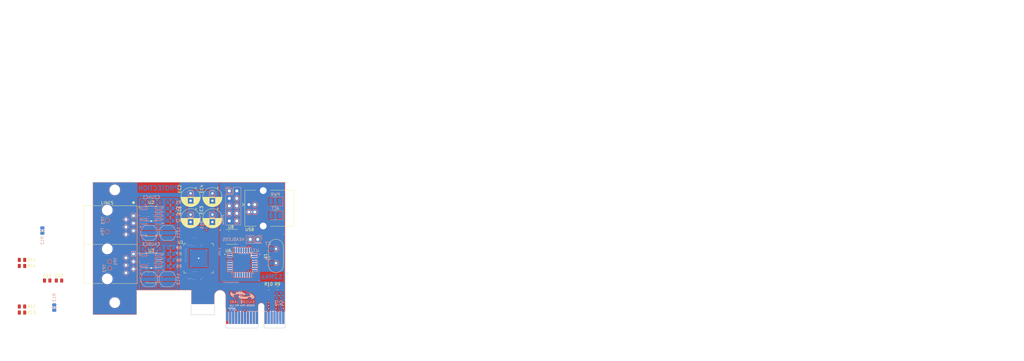
<source format=kicad_pcb>
(kicad_pcb (version 20211014) (generator pcbnew)
  (title_block (title "PCIexpress_x16_full") (company "Author: Luca Anastasio"))
  (layers (0 "F.Cu" power) (1 "In1.Cu" power) (2 "In2.Cu" power) (31 "B.Cu" power) (34 "B.Paste" user) (35 "F.Paste" user) (36 "B.SilkS" user "B.Silkscreen") (37 "F.SilkS" user "F.Silkscreen") (38 "B.Mask" user) (39 "F.Mask" user) (44 "Edge.Cuts" user))
  (net 0 "")
  (net 1 "GND")
  (net 2 "+12V")
  (net 3 "+3V3")
  (net 4 "+3.3VA")
  (net 5 "Net-(J2-PadB12)")
  (net 6 "/PER0_P")
  (net 7 "/PER0_N")
  (net 8 "/SMCLK")
  (net 9 "/SMDAT")
  (net 10 "/~{TRST}")
  (net 11 "/~{WAKE}")
  (net 12 "/PET0_P")
  (net 13 "/PET0_N")
  (net 14 "/~{PRSNT2x1}")
  (net 15 "/~{PRSNT1}")
  (net 16 "/TCK")
  (net 17 "/TDI")
  (net 18 "/TDO")
  (net 19 "/TMS")
  (net 20 "/~{PERST}")
  (net 21 "/REFCLK-")
  (net 22 "/REFCLK+")
  (net 23 "/PCIexpress_connector/_PER0_P")
  (net 24 "/PCIexpress_connector/_PER0_N")
  (net 25 "RING_1")
  (net 26 "TIP_1")
  (net 27 "REGIN")
  (net 28 "VBUS")
  (net 29 "D+")
  (net 30 "D-")
  (net 31 "C2CK")
  (net 32 "C2D")
  (net 33 "TIP1")
  (net 34 "RING1")
  (net 35 "RING2")
  (net 36 "TIP2")
  (net 37 "N011")
  (net 38 "N012")
  (net 39 "XTAL1")
  (net 40 "XTAL2")
  (net 41 "MOSI")
  (net 42 "MISO")
  (net 43 "SRINGDCa")
  (net 44 "SRINGACa")
  (net 45 "STIPACa")
  (net 46 "STIPDCa")
  (net 47 "CAPPa")
  (net 48 "CAPMa")
  (net 49 "N0101")
  (net 50 "N0102")
  (net 51 "SRINGACb")
  (net 52 "STIPACb")
  (net 53 "STIPDCb")
  (net 54 "SRINGDCb")
  (net 55 "N021")
  (net 56 "N022")
  (net 57 "RING_2")
  (net 58 "TIP_2")
  (net 59 "SCLK")
  (net 60 "CSB")
  (net 61 "SDITHRU")
  (net 62 "CSF")
  (net 63 "RPOa")
  (net 64 "RPIa")
  (net 65 "RNIa")
  (net 66 "RNOa")
  (net 67 "QGND")
  (net 68 "IREF")
  (net 69 "CAPMb")
  (net 70 "CAPPb")
  (net 71 "ITIPNa")
  (net 72 "IRINGNa")
  (net 73 "ITIPPa")
  (net 74 "IRINGPa")
  (net 75 "THERMa")
  (net 76 "N0201")
  (net 77 "N0202")
  (net 78 "IRINGNb")
  (net 79 "IRINGPb")
  (net 80 "ITIPNb")
  (net 81 "ITIPPb")
  (net 82 "THERMb")
  (net 83 "XDAT")
  (net 84 "XCLK")
  (net 85 "+5V")
  (footprint "PCIexpress:PCIexpress_bracket_low" (layer "F.Cu") (at 109.625 194.125)
    (fp_text reference "J1" hide)
    (fp_text value "PCIexpress_bracket")
  )
  (footprint "Resistor_SMD:R_0603_1608Metric" (layer "F.Cu") (at 127.125 180.625)
    (fp_text reference "R9")
    (fp_text value "49.9")
  )
  (footprint "Resistor_SMD:R_0603_1608Metric" (layer "F.Cu") (at 124.125 180.625 180)
    (fp_text reference "R10")
    (fp_text value "49.9")
  )
  (footprint "PCIexpress:PCIexpress_x1" (layer "F.Cu") (at 109.625 194.125)
    (fp_text reference "J2" hide)
    (fp_text value "PCIexpress_x1")
  )
  (footprint "ProSLIC:CP_Radial_D6.3mm_P2.50mm" (layer "F.Cu") (at 97.675 148.475 -90)
    (fp_text reference "EC2")
    (fp_text value "CP_Radial_D6.3mm_P2.50mm")
  )
  (footprint "" (layer "F.Cu") (at 59.175 185.975)
    (fp_text reference "")
    (fp_text value "")
  )
  (footprint "ProSLIC:CP_Radial_D6.3mm_P2.50mm" (layer "F.Cu") (at 97.675 155.675 -90)
    (fp_text reference "EC1")
    (fp_text value "CP_Radial_D6.3mm_P2.50mm")
  )
  (footprint "ProSLIC:SOIC127P599X175-8N" (layer "F.Cu") (at 111.725 163.225)
    (fp_text reference "U8")
    (fp_text value "SOIC127P599X175-8N")
  )
  (footprint "ProSLIC:R_0805_2012Metric" (layer "F.Cu") (at 40.525 173.075)
    (fp_text reference "R14")
    (fp_text value "R_0805_2012Metric")
  )
  (footprint "PCIexpress:PCIexpress_x1" (layer "F.Cu") (at 109.625 194.125)
    (fp_text reference "J2" hide)
    (fp_text value "PCIexpress_x1")
  )
  (footprint "ProSLIC:SOIC127P600X175-16N" (layer "F.Cu") (at 84.33 173.76)
    (fp_text reference "U3")
    (fp_text value "SOIC127P600X175-16N")
  )
  (footprint "ProSLIC:SILABS" (layer "F.Cu") (at 115.175 183.625)
    (fp_text reference "LOGO" hide)
    (fp_text value "LOGO" hide)
  )
  (footprint "ProSLIC:CP_Radial_D6.3mm_P2.50mm" (layer "F.Cu") (at 105.075 148.475 -90)
    (fp_text reference "EC4")
    (fp_text value "CP_Radial_D6.3mm_P2.50mm")
  )
  (footprint "ProSLIC:SOIC127P600X175-16N" (layer "F.Cu") (at 84.325 157.875)
    (fp_text reference "U2")
    (fp_text value "SOIC127P600X175-16N")
  )
  (footprint "ProSLIC:QFP50P1200X1200X120-64N" (layer "F.Cu") (at 100.425 170.475)
    (fp_text reference "U1")
    (fp_text value "QFP50P1200X1200X120-64N")
  )
  (footprint "ProSLIC:ASSMANN_A-2004-1-4-LP-N-R" (layer "F.Cu") (at 69.425 159.225 -90)
    (fp_text reference "LINES")
    (fp_text value "ASSMANN_A-2004-1-4-LP-N-R")
  )
  (footprint "ProSLIC:QFP80P900X900X160-32N" (layer "F.Cu") (at 115.225 171.925)
    (fp_text reference "U6")
    (fp_text value "C8051F389-B-GQ")
  )
  (footprint "ProSLIC:R_0805_2012Metric" (layer "F.Cu") (at 53.065 178.015)
    (fp_text reference "C12")
    (fp_text value "R_0805_2012Metric")
  )
  (footprint "ProSLIC:Crystal_HC49-U_Vertical" (layer "F.Cu") (at 126.625 172.125 90)
    (fp_text reference "Y1")
    (fp_text value "Crystal_HC49-U_Vertical")
  )
  (footprint "ProSLIC:CP_Radial_D6.3mm_P2.50mm" (layer "F.Cu") (at 105.075 155.675 -90)
    (fp_text reference "EC3")
    (fp_text value "CP_Radial_D6.3mm_P2.50mm")
  )
  (footprint "ProSLIC:USB_B_Lumberg_2411_02_Horizontal" (layer "F.Cu") (at 117.4375 152.275)
    (fp_text reference "USB")
    (fp_text value "USB_B_Lumberg_2411_02_Horizontal")
  )
  (footprint "ProSLIC:R_0805_2012Metric" (layer "F.Cu") (at 49.065 178.015)
    (fp_text reference "C11")
    (fp_text value "R_0805_2012Metric")
  )
  (footprint "" (layer "F.Cu") (at 71.975 147.325)
    (fp_text reference "")
    (fp_text value "")
  )
  (footprint "ProSLIC:R_0805_2012Metric" (layer "F.Cu") (at 40.525 171.025)
    (fp_text reference "R14")
    (fp_text value "R_0805_2012Metric")
  )
  (footprint "ProSLIC:R_0805_2012Metric" (layer "F.Cu") (at 40.5375 188.875)
    (fp_text reference "R13")
    (fp_text value "R_0805_2012Metric")
  )
  (footprint "ProSLIC:R_0805_2012Metric" (layer "F.Cu") (at 40.525 186.825)
    (fp_text reference "R12")
    (fp_text value "R_0805_2012Metric")
  )
  (footprint "Capacitor_SMD:C_0603_1608Metric" (layer "B.Cu") (at 126.875 183.125 -90)
    (fp_text reference "C5")
    (fp_text value "100n")
  )
  (footprint "Capacitor_SMD:C_0603_1608Metric" (layer "B.Cu") (at 128.375 183.125 90)
    (fp_text reference "C6")
    (fp_text value "100n")
  )
  (footprint "ProSLIC:R_0805_2012Metric" (layer "B.Cu") (at 91.025 166.925)
    (fp_text reference "R8")
    (fp_text value "R_0805_2012Metric")
  )
  (footprint "ProSLIC:R_0805_2012Metric" (layer "B.Cu") (at 91.025 173.225)
    (fp_text reference "R5")
    (fp_text value "R_0805_2012Metric")
  )
  (footprint "ProSLIC:R_0805_2012Metric" (layer "B.Cu") (at 90.8375 151.475)
    (fp_text reference "R1")
    (fp_text value "R_0805_2012Metric")
  )
  (footprint "ProSLIC:C_0805_2012Metric" (layer "B.Cu") (at 82.325 167.26)
    (fp_text reference "C3")
    (fp_text value "C_0805_2012Metric")
  )
  (footprint "ProSLIC:R_0805_2012Metric" (layer "B.Cu") (at 103.075 159.175 90)
    (fp_text reference "R11")
    (fp_text value "R_0805_2012Metric")
  )
  (footprint "ProSLIC:R_0805_2012Metric" (layer "B.Cu") (at 90.825 155.625)
    (fp_text reference "R4")
    (fp_text value "R_0805_2012Metric")
  )
  (footprint "ProSLIC:R_0805_2012Metric" (layer "B.Cu") (at 90.825 153.525)
    (fp_text reference "R3")
    (fp_text value "R_0805_2012Metric")
  )
  (footprint "ProSLIC:C_0805_2012Metric" (layer "B.Cu") (at 86.325 151.475)
    (fp_text reference "C2")
    (fp_text value "C_0805_2012Metric")
  )
  (footprint "ProSLIC:C_0805_2012Metric" (layer "B.Cu") (at 123.925 172.125 180)
    (fp_text reference "C8")
    (fp_text value "C_0805_2012Metric")
  )
  (footprint "ProSLIC:TestPoint_Pad_D1.0mm" (layer "B.Cu") (at 70.225 173.875 90)
    (fp_text reference "TP2")
    (fp_text value "TestPoint_Pad_D1.0mm")
  )
  (footprint "ProSLIC:R_0805_2012Metric" (layer "B.Cu") (at 90.825 157.725)
    (fp_text reference "R2")
    (fp_text value "R_0805_2012Metric")
  )
  (footprint "ProSLIC:CP_EIA-3528-21_Kemet-B" (layer "B.Cu") (at 126.425 155.925 180)
    (fp_text reference "ACT")
    (fp_text value "CP_EIA-3528-21_Kemet-B")
  )
  (footprint "ProSLIC:PinHeader_2x01_P2.54mm_Vertical" (layer "B.Cu") (at 120.45 164.075 180)
    (fp_text reference "HEADLESS")
    (fp_text value "PinHeader_2x01_P2.54mm_Vertical")
  )
  (footprint "ProSLIC:CD54" (layer "B.Cu") (at 89.875 161.875 90)
    (fp_text reference "L2")
    (fp_text value "CD54")
  )
  (footprint "ProSLIC:R_0805_2012Metric" (layer "B.Cu") (at 91.025 171.125)
    (fp_text reference "R6")
    (fp_text value "R_0805_2012Metric")
  )
  (footprint "ProSLIC:PinHeader_2x05_P2.54mm_Vertical" (layer "B.Cu") (at 110.8 157.8)
    (fp_text reference "JTAG")
    (fp_text value "PinHeader_2x05_P2.54mm_Vertical")
  )
  (footprint "ProSLIC:C_0805_2012Metric" (layer "B.Cu") (at 86.325 167.26)
    (fp_text reference "C4")
    (fp_text value "C_0805_2012Metric")
  )
  (footprint "ProSLIC:C_0805_2012Metric" (layer "B.Cu") (at 82.325 151.475)
    (fp_text reference "C1")
    (fp_text value "C_0805_2012Metric")
  )
  (footprint "ProSLIC:R_0805_2012Metric" (layer "B.Cu") (at 47.425 161.075 90)
    (fp_text reference "R12")
    (fp_text value "R_0805_2012Metric")
  )
  (footprint "ProSLIC:TestPoint_Pad_D1.0mm" (layer "B.Cu") (at 69.425 157.625 -90)
    (fp_text reference "TP3")
    (fp_text value "TestPoint_Pad_D1.0mm")
  )
  (footprint "ProSLIC:TestPoint_Pad_D1.0mm" (layer "B.Cu") (at 69.425 161.45 90)
    (fp_text reference "TP4")
    (fp_text value "TestPoint_Pad_D1.0mm")
  )
  (footprint "ProSLIC:QFP80P900X900X160-32N" (layer "B.Cu") (at 115.2225 171.925 180)
    (fp_text reference "U7")
    (fp_text value "C8051F320-GQ")
  )
  (footprint "ProSLIC:R_0805_2012Metric" (layer "B.Cu") (at 51.45 187.175 90)
    (fp_text reference "R13")
    (fp_text value "R_0805_2012Metric")
  )
  (footprint "ProSLIC:C_0805_2012Metric" (layer "B.Cu") (at 123.925 167.225 180)
    (fp_text reference "C7")
    (fp_text value "C_0805_2012Metric")
  )
  (footprint "ProSLIC:TestPoint_Pad_D1.0mm" (layer "B.Cu") (at 70.225 171.575 -90)
    (fp_text reference "TP1")
    (fp_text value "TestPoint_Pad_D1.0mm")
  )
  (footprint "ProSLIC:CD54" (layer "B.Cu") (at 83.625 161.875 90)
    (fp_text reference "L1")
    (fp_text value "CD54")
  )
  (footprint "ProSLIC:SOIC127P599X175-8N" (layer "B.Cu") (at 84.325 171.21 180)
    (fp_text reference "U5")
    (fp_text value "SOIC127P599X175-8N")
  )
  (footprint "ProSLIC:SOIC127P599X175-8N" (layer "B.Cu") (at 84.325 155.325 180)
    (fp_text reference "U4")
    (fp_text value "SOIC127P599X175-8N")
  )
  (footprint "ProSLIC:CD54" (layer "B.Cu") (at 89.875 177.56 90)
    (fp_text reference "L4")
    (fp_text value "CD54")
  )
  (footprint "ProSLIC:CP_EIA-3528-21_Kemet-B" (layer "B.Cu") (at 126.425 151.225 180)
    (fp_text reference "PWR")
    (fp_text value "CP_EIA-3528-21_Kemet-B")
  )
  (footprint "ProSLIC:R_0805_2012Metric" (layer "B.Cu") (at 91.025 169.025)
    (fp_text reference "R7")
    (fp_text value "R_0805_2012Metric")
  )
  (footprint "ProSLIC:CD54" (layer "B.Cu") (at 83.625 177.56 90)
    (fp_text reference "L3")
    (fp_text value "CD54")
  )
  (gr_line (start 109.975 194.125) (end 120.175 194.125) (layer "Edge.Cuts") (width 0.15))
  (gr_line (start 109.475 193.625) (end 109.975 194.125) (layer "Edge.Cuts") (width 0.15))
  (gr_line (start 97.825 181.375) (end 97.825 189.625) (layer "Edge.Cuts") (width 0.15))
  (gr_circle (center 71.975 185.5) (end 73.575 185.5) (layer "Edge.Cuts") (width 0.15) (fill none))
  (gr_line (start 129.775 144.625) (end 64.475 144.625) (layer "Edge.Cuts") (width 0.15))
  (gr_line (start 122.575 186.675) (end 122.575 193.625) (layer "Edge.Cuts") (width 0.15))
  (gr_line (start 109.475 183.2) (end 109.475 193.625) (layer "Edge.Cuts") (width 0.15))
  (gr_line (start 122.575 193.625) (end 123.075 194.125) (layer "Edge.Cuts") (width 0.15))
  (gr_line (start 79.475 189.625) (end 79.475 181.375) (layer "Edge.Cuts") (width 0.15))
  (gr_circle (center 71.975 147.3) (end 73.575 147.3) (layer "Edge.Cuts") (width 0.15) (fill none))
  (gr_line (start 64.475 144.625) (end 64.475 189.625) (layer "Edge.Cuts") (width 0.15))
  (gr_line (start 97.825 189.625) (end 105.825 189.625) (layer "Edge.Cuts") (width 0.15))
  (gr_arc (start 105.825 183.2) (mid 107.65 181.375) (end 109.475 183.2) (layer "Edge.Cuts") (width 0.15))
  (gr_arc (start 120.675 186.675) (mid 121.625 185.725) (end 122.575 186.675) (layer "Edge.Cuts") (width 0.15))
  (gr_line (start 64.475 189.625) (end 79.475 189.625) (layer "Edge.Cuts") (width 0.15))
  (gr_line (start 129.275 194.125) (end 123.075 194.125) (layer "Edge.Cuts") (width 0.15))
  (gr_line (start 120.175 194.125) (end 120.675 193.625) (layer "Edge.Cuts") (width 0.15))
  (gr_line (start 129.775 193.625) (end 129.275 194.125) (layer "Edge.Cuts") (width 0.15))
  (gr_line (start 105.825 189.625) (end 105.825 183.2) (layer "Edge.Cuts") (width 0.15))
  (gr_line (start 129.775 144.625) (end 129.775 193.625) (layer "Edge.Cuts") (width 0.15))
  (gr_line (start 79.475 181.375) (end 97.825 181.375) (layer "Edge.Cuts") (width 0.15))
  (gr_line (start 120.675 193.625) (end 120.675 186.675) (layer "Edge.Cuts") (width 0.15))
  (gr_text "12Mhz" (at 128.975 176.725) (layer "B.Cu") (effects (font (size 1.5 1.5) (thickness 0.3)) (justify left mirror)))
  (gr_text "PROTECTION" (at 93.725 146.675) (layer "B.Cu") (effects (font (size 1.5 1.5) (thickness 0.3)) (justify left mirror)))
  (gr_text "Si3220-PCIe REV 1.0" (at 115.225 186.475) (layer "B.SilkS") (effects (font (size 0.504 0.504) (thickness 0.126)) (justify mirror)))
  (segment (start 113.125 188.125) (end 113.125 188.125) (width 0.7) (layer "F.Cu") (net 1))
  (segment (start 116.125 190.625) (end 116.125 188.025) (width 0.7) (layer "F.Cu") (net 1))
  (segment (start 113.125 190.625) (end 113.125 188) (width 0.7) (layer "F.Cu") (net 1))
  (via micro (at 124.125 185.5) (size 0.55) (drill 0.3) (layers "F.Cu" "B.Cu") (net 1))
  (via micro (at 129.125 185.5) (size 0.55) (drill 0.3) (layers "F.Cu" "B.Cu") (net 1))
  (via micro (at 126.625 185.5) (size 0.55) (drill 0.3) (layers "F.Cu" "B.Cu") (net 1))
  (via micro (at 124.125 186.5) (size 0.55) (drill 0.3) (layers "F.Cu" "B.Cu") (net 1))
  (via micro (at 83.425 156.325) (size 0.45) (drill 0.2) (layers "F.Cu" "In1.Cu") (remove_unused_layers) (net 1))
  (via micro (at 126.625 186.5) (size 0.55) (drill 0.3) (layers "F.Cu" "B.Cu") (net 1))
  (via (at 97.675 167.725) (size 0.45) (drill 0.2) (layers "F.Cu" "B.Cu") (net 1))
  (via micro (at 83.425 159.425) (size 0.45) (drill 0.2) (layers "F.Cu" "In1.Cu") (remove_unused_layers) (net 1))
  (via micro (at 129.125 187.5) (size 0.55) (drill 0.3) (layers "F.Cu" "B.Cu") (net 1))
  (via micro (at 126.625 187.5) (size 0.55) (drill 0.3) (layers "F.Cu" "B.Cu") (net 1))
  (via micro (at 85.225 172.225) (size 0.45) (drill 0.2) (layers "F.Cu" "In1.Cu") (remove_unused_layers) (net 1))
  (via micro (at 116.125 188.025) (size 0.55) (drill 0.3) (layers "F.Cu" "B.Cu") (net 1))
  (via (at 84.325 157.875) (size 1) (drill 0.5) (layers "F.Cu" "B.Cu") (net 1))
  (via (at 97.675 173.225) (size 0.45) (drill 0.2) (layers "F.Cu" "B.Cu") (net 1))
  (via micro (at 113.125 188) (size 0.55) (drill 0.3) (layers "F.Cu" "B.Cu") (net 1))
  (via micro (at 85.225 159.425) (size 0.45) (drill 0.2) (layers "F.Cu" "In1.Cu") (remove_unused_layers) (net 1))
  (via micro (at 129.125 186.5) (size 0.55) (drill 0.3) (layers "F.Cu" "B.Cu") (net 1))
  (via (at 103.175 173.225) (size 0.45) (drill 0.2) (layers "F.Cu" "B.Cu") (net 1))
  (via micro (at 124.125 187.5) (size 0.55) (drill 0.3) (layers "F.Cu" "B.Cu") (net 1))
  (via (at 84.33 173.76) (size 1) (drill 0.5) (layers "F.Cu" "B.Cu") (net 1))
  (via micro (at 83.425 172.225) (size 0.45) (drill 0.2) (layers "F.Cu" "In1.Cu") (remove_unused_layers) (net 1))
  (via (at 100.425 170.475) (size 1) (drill 0.5) (layers "F.Cu" "B.Cu") (net 1))
  (via (at 103.175 167.725) (size 0.45) (drill 0.2) (layers "F.Cu" "B.Cu") (net 1))
  (via micro (at 85.225 175.325) (size 0.45) (drill 0.2) (layers "F.Cu" "In1.Cu") (remove_unused_layers) (net 1))
  (via micro (at 85.225 156.325) (size 0.45) (drill 0.2) (layers "F.Cu" "In1.Cu") (remove_unused_layers) (net 1))
  (via micro (at 83.425 175.325) (size 0.45) (drill 0.2) (layers "F.Cu" "In1.Cu") (remove_unused_layers) (net 1))
  (via micro (at 129.275 162.325) (size 0.45) (drill 0.2) (layers "In1.Cu" "B.Cu") (net 1))
  (via micro (at 121.025 178.125) (size 0.45) (drill 0.2) (layers "In1.Cu" "B.Cu") (net 1))
  (segment (start 111.125 190.625) (end 111.125 188) (width 0.0889) (layer "F.Cu") (net 2))
  (via micro (at 112.125 188) (size 0.55) (drill 0.3) (layers "F.Cu" "B.Cu") (net 2))
  (via micro (at 111.125 188) (size 0.55) (drill 0.3) (layers "F.Cu" "B.Cu") (net 2))
  (segment (start 109.325 179.125) (end 108.725 178.525) (width 0.254) (layer "F.Cu") (net 8))
  (segment (start 114.425 179.825) (end 113.725 179.125) (width 0.254) (layer "F.Cu") (net 8))
  (segment (start 113.725 179.125) (end 109.325 179.125) (width 0.254) (layer "F.Cu") (net 8))
  (segment (start 114.425 188.075) (end 114.425 179.825) (width 0.254) (layer "F.Cu") (net 8))
  (segment (start 108.725 169.575) (end 109.175 169.125) (width 0.254) (layer "F.Cu") (net 8))
  (segment (start 109.175 169.125) (end 111.045 169.125) (width 0.254) (layer "F.Cu") (net 8))
  (segment (start 114.125 188.375) (end 114.425 188.075) (width 0.254) (layer "F.Cu") (net 8))
  (segment (start 108.725 178.525) (end 108.725 169.575) (width 0.254) (layer "F.Cu") (net 8))
  (segment (start 114.125 190.625) (end 114.125 188.375) (width 0.254) (layer "F.Cu") (net 8))
  (segment (start 115.125 188.375) (end 114.7679 188.0179) (width 0.254) (layer "F.Cu") (net 9))
  (segment (start 109.0679 178.382966) (end 109.0679 170.3321) (width 0.254) (layer "F.Cu") (net 9))
  (segment (start 109.467034 178.7821) (end 109.0679 178.382966) (width 0.254) (layer "F.Cu") (net 9))
  (segment (start 115.125 190.625) (end 115.125 188.375) (width 0.254) (layer "F.Cu") (net 9))
  (segment (start 113.8821 178.7821) (end 109.467034 178.7821) (width 0.254) (layer "F.Cu") (net 9))
  (segment (start 109.0679 170.3321) (end 109.475 169.925) (width 0.254) (layer "F.Cu") (net 9))
  (segment (start 114.7679 188.0179) (end 114.7679 179.6679) (width 0.254) (layer "F.Cu") (net 9))
  (segment (start 114.7679 179.6679) (end 113.8821 178.7821) (width 0.254) (layer "F.Cu") (net 9))
  (segment (start 109.475 169.925) (end 111.045 169.925) (width 0.254) (layer "F.Cu") (net 9))
  (segment (start 125.425 181.78125) (end 124.9125 181.26875) (width 0.2) (layer "F.Cu") (net 12))
  (segment (start 125.125 190.625) (end 125.125 188.375) (width 0.2) (layer "F.Cu") (net 12))
  (segment (start 124.9125 181.26875) (end 124.9125 180.625) (width 0.2) (layer "F.Cu") (net 12))
  (segment (start 125.425 188.075) (end 125.425 181.78125) (width 0.2) (layer "F.Cu") (net 12))
  (segment (start 125.125 188.375) (end 125.425 188.075) (width 0.2) (layer "F.Cu") (net 12))
  (segment (start 125.825 181.8) (end 126.3375 181.2875) (width 0.2) (layer "F.Cu") (net 13))
  (segment (start 125.825 188.075) (end 125.825 181.8) (width 0.2) (layer "F.Cu") (net 13))
  (segment (start 126.125 190.625) (end 126.125 188.375) (width 0.2) (layer "F.Cu") (net 13))
  (segment (start 126.125 188.375) (end 125.825 188.075) (width 0.2) (layer "F.Cu") (net 13))
  (segment (start 126.3375 181.2875) (end 126.3375 180.625) (width 0.2) (layer "F.Cu") (net 13))
  (segment (start 127.425 185.05) (end 127.425 188.075) (width 0.2) (layer "B.Cu") (net 23))
  (segment (start 127.425 188.075) (end 127.125 188.375) (width 0.2) (layer "B.Cu") (net 23))
  (segment (start 127.125 188.375) (end 127.125 190.625) (width 0.2) (layer "B.Cu") (net 23))
  (segment (start 126.875 183.9125) (end 126.875 184.5) (width 0.2) (layer "B.Cu") (net 23))
  (segment (start 126.875 184.5) (end 127.425 185.05) (width 0.2) (layer "B.Cu") (net 23))
  (segment (start 127.825 188.075) (end 128.125 188.375) (width 0.2) (layer "B.Cu") (net 24))
  (segment (start 128.375 183.9125) (end 128.375 184.5) (width 0.2) (layer "B.Cu") (net 24))
  (segment (start 128.125 188.375) (end 128.125 190.625) (width 0.2) (layer "B.Cu") (net 24))
  (segment (start 128.375 184.5) (end 127.825 185.05) (width 0.2) (layer "B.Cu") (net 24))
  (segment (start 127.825 185.05) (end 127.825 188.075) (width 0.2) (layer "B.Cu") (net 24))
  (via micro (at 118.275 171.525) (size 0.45) (drill 0.2) (layers "In2.Cu" "B.Cu") (net 29))
  (segment (start 119.4025 171.525) (end 118.275 171.525) (width 0.254) (layer "B.Cu") (net 29))
  (via micro (at 118.275 172.325) (size 0.45) (drill 0.2) (layers "In2.Cu" "B.Cu") (net 30))
  (segment (start 119.4025 172.325) (end 118.275 172.325) (width 0.254) (layer "B.Cu") (net 30))
  (via micro (at 118.0225 174.925) (size 0.45) (drill 0.2) (layers "In1.Cu" "B.Cu") (net 31))
  (segment (start 118.0225 176.105) (end 118.0225 174.925) (width 0.254) (layer "B.Cu") (net 31))
  (via micro (at 117.225 174.925) (size 0.45) (drill 0.2) (layers "In1.Cu" "B.Cu") (net 32))
  (segment (start 117.2225 174.9275) (end 117.225 174.925) (width 0.254) (layer "B.Cu") (net 32))
  (segment (start 117.2225 176.105) (end 117.2225 174.9275) (width 0.254) (layer "B.Cu") (net 32))
  (segment (start 81.85 153.43) (end 80.32 153.43) (width 0.254) (layer "F.Cu") (net 37))
  (via micro (at 80.32 153.43) (size 0.45) (drill 0.2) (layers "F.Cu" "In1.Cu") (net 37))
  (segment (start 80.32 155.97) (end 81.85 155.97) (width 0.254) (layer "F.Cu") (net 38))
  (via micro (at 80.32 155.97) (size 0.45) (drill 0.2) (layers "F.Cu" "In1.Cu") (net 38))
  (segment (start 112.425 167.745) (end 112.425 166.625) (width 0.254) (layer "F.Cu") (net 39))
  (via micro (at 112.425 166.625) (size 0.45) (drill 0.2) (layers "F.Cu" "In1.Cu") (remove_unused_layers) (net 39))
  (via micro (at 118.0225 166.6225) (size 0.45) (drill 0.2) (layers "In2.Cu" "B.Cu") (remove_unused_layers) (net 39))
  (segment (start 125.025 172.125) (end 126.625 172.125) (width 1.016) (layer "B.Cu") (net 39))
  (segment (start 118.0225 166.6225) (end 118.0225 167.745) (width 0.254) (layer "B.Cu") (net 39))
  (segment (start 113.225 167.745) (end 113.225 166.625) (width 0.254) (layer "F.Cu") (net 40))
  (via micro (at 113.225 166.625) (size 0.45) (drill 0.2) (layers "F.Cu" "In1.Cu") (remove_unused_layers) (net 40))
  (via micro (at 117.225 166.575) (size 0.45) (drill 0.2) (layers "In2.Cu" "B.Cu") (remove_unused_layers) (net 40))
  (segment (start 125.055 167.245) (end 126.625 167.245) (width 1.016) (layer "B.Cu") (net 40))
  (segment (start 117.225 166.575) (end 117.2225 166.5775) (width 0.254) (layer "B.Cu") (net 40))
  (segment (start 117.2225 166.5775) (end 117.2225 167.745) (width 0.254) (layer "B.Cu") (net 40))
  (segment (start 114.195 165.13) (end 112.825 165.13) (width 0.254) (layer "F.Cu") (net 41))
  (segment (start 106.095 168.225) (end 107.825 168.225) (width 0.254) (layer "F.Cu") (net 41))
  (segment (start 114.825 167.745) (end 114.825 168.925) (width 0.254) (layer "F.Cu") (net 41))
  (via micro (at 114.825 168.925) (size 0.45) (drill 0.2) (layers "F.Cu" "In2.Cu") (remove_unused_layers) (net 41))
  (via micro (at 112.825 165.13) (size 0.45) (drill 0.2) (layers "F.Cu" "In2.Cu") (net 41))
  (via micro (at 107.825 168.225) (size 0.45) (drill 0.2) (layers "F.Cu" "In1.Cu") (remove_unused_layers) (net 41))
  (segment (start 106.095 168.725) (end 107.425 168.725) (width 0.254) (layer "F.Cu") (net 42))
  (segment (start 110.61 162.59) (end 109.255 162.59) (width 0.254) (layer "F.Cu") (net 42))
  (segment (start 114.025 167.745) (end 114.025 168.925) (width 0.254) (layer "F.Cu") (net 42))
  (via micro (at 107.425 168.725) (size 0.45) (drill 0.2) (layers "F.Cu" "In1.Cu") (remove_unused_layers) (net 42))
  (via micro (at 110.61 162.59) (size 0.45) (drill 0.2) (layers "F.Cu" "In2.Cu") (net 42))
  (via micro (at 114.025 168.925) (size 0.45) (drill 0.2) (layers "F.Cu" "In2.Cu") (remove_unused_layers) (net 42))
  (segment (start 98.175 164.805) (end 98.175 166.225) (width 0.254) (layer "F.Cu") (net 43))
  (via micro (at 98.175 166.225) (size 0.45) (drill 0.2) (layers "F.Cu" "In2.Cu") (net 43))
  (via micro (at 92.825 157.725) (size 0.45) (drill 0.2) (layers "In2.Cu" "B.Cu") (net 43))
  (segment (start 91.7375 157.725) (end 92.825 157.725) (width 0.254) (layer "B.Cu") (net 43))
  (segment (start 97.675 164.805) (end 97.675 165.875) (width 0.254) (layer "F.Cu") (net 44))
  (via micro (at 97.675 165.875) (size 0.45) (drill 0.2) (layers "F.Cu" "In2.Cu") (net 44))
  (via micro (at 92.825 155.625) (size 0.45) (drill 0.2) (layers "In2.Cu" "B.Cu") (net 44))
  (segment (start 91.7375 155.625) (end 92.825 155.625) (width 0.254) (layer "B.Cu") (net 44))
  (segment (start 97.175 164.805) (end 97.175 166.225) (width 0.254) (layer "F.Cu") (net 45))
  (via micro (at 97.175 166.225) (size 0.45) (drill 0.2) (layers "F.Cu" "In2.Cu") (net 45))
  (via micro (at 92.825 153.525) (size 0.45) (drill 0.2) (layers "In2.Cu" "B.Cu") (net 45))
  (segment (start 91.7375 153.525) (end 92.825 153.525) (width 0.254) (layer "B.Cu") (net 45))
  (segment (start 96.675 164.805) (end 96.675 165.875) (width 0.254) (layer "F.Cu") (net 46))
  (via micro (at 96.675 165.875) (size 0.45) (drill 0.2) (layers "F.Cu" "In2.Cu") (net 46))
  (via micro (at 92.8375 151.475) (size 0.45) (drill 0.2) (layers "In2.Cu" "B.Cu") (net 46))
  (segment (start 91.75 151.475) (end 92.8375 151.475) (width 0.254) (layer "B.Cu") (net 46))
  (segment (start 94.755 169.225) (end 96.225 169.225) (width 0.254) (layer "F.Cu") (net 47))
  (via micro (at 96.225 169.225) (size 0.45) (drill 0.2) (layers "F.Cu" "In2.Cu") (net 47))
  (segment (start 94.755 169.725) (end 95.875 169.725) (width 0.254) (layer "F.Cu") (net 48))
  (via micro (at 95.875 169.725) (size 0.45) (drill 0.2) (layers "F.Cu" "In2.Cu") (net 48))
  (segment (start 97.675 176.145) (end 97.675 177.225) (width 0.254) (layer "F.Cu") (net 51))
  (via micro (at 97.675 177.225) (size 0.45) (drill 0.2) (layers "F.Cu" "In2.Cu") (net 51))
  (via micro (at 93.0375 166.925) (size 0.45) (drill 0.2) (layers "In2.Cu" "B.Cu") (net 51))
  (segment (start 91.9375 166.925) (end 93.0375 166.925) (width 0.254) (layer "B.Cu") (net 51))
  (segment (start 97.175 176.145) (end 97.175 177.525) (width 0.254) (layer "F.Cu") (net 52))
  (via micro (at 97.175 177.525) (size 0.45) (drill 0.2) (layers "F.Cu" "In2.Cu") (net 52))
  (via micro (at 93.025 169.025) (size 0.45) (drill 0.2) (layers "In2.Cu" "B.Cu") (net 52))
  (segment (start 91.9375 169.025) (end 93.025 169.025) (width 0.254) (layer "B.Cu") (net 52))
  (segment (start 96.675 176.145) (end 96.675 177.225) (width 0.254) (layer "F.Cu") (net 53))
  (via micro (at 96.675 177.225) (size 0.45) (drill 0.2) (layers "F.Cu" "In2.Cu") (net 53))
  (via micro (at 93.025 173.225) (size 0.45) (drill 0.2) (layers "In2.Cu" "B.Cu") (net 53))
  (segment (start 91.9375 173.225) (end 93.025 173.225) (width 0.254) (layer "B.Cu") (net 53))
  (segment (start 98.175 176.145) (end 98.175 177.575) (width 0.254) (layer "F.Cu") (net 54))
  (via micro (at 98.175 177.575) (size 0.45) (drill 0.2) (layers "F.Cu" "In2.Cu") (net 54))
  (via micro (at 93.0375 171.125) (size 0.45) (drill 0.2) (layers "In2.Cu" "B.Cu") (net 54))
  (segment (start 91.9375 171.125) (end 93.0375 171.125) (width 0.254) (layer "B.Cu") (net 54))
  (segment (start 80.335 169.315) (end 81.855 169.315) (width 0.254) (layer "F.Cu") (net 55))
  (via micro (at 80.335 169.315) (size 0.45) (drill 0.2) (layers "F.Cu" "In1.Cu") (net 55))
  (segment (start 90.1125 173.225) (end 90.0975 173.24) (width 0.254) (layer "B.Cu") (net 55))
  (segment (start 80.335 171.855) (end 81.855 171.855) (width 0.254) (layer "F.Cu") (net 56))
  (via micro (at 80.335 171.855) (size 0.45) (drill 0.2) (layers "F.Cu" "In1.Cu") (net 56))
  (segment (start 115.625 167.745) (end 115.625 168.925) (width 0.254) (layer "F.Cu") (net 59))
  (segment (start 106.095 169.225) (end 107.825 169.225) (width 0.254) (layer "F.Cu") (net 59))
  (segment (start 114.195 163.86) (end 112.825 163.86) (width 0.254) (layer "F.Cu") (net 59))
  (via micro (at 107.825 169.225) (size 0.45) (drill 0.2) (layers "F.Cu" "In1.Cu") (remove_unused_layers) (net 59))
  (via micro (at 115.625 168.925) (size 0.45) (drill 0.2) (layers "F.Cu" "In2.Cu") (remove_unused_layers) (net 59))
  (via micro (at 112.825 163.86) (size 0.45) (drill 0.2) (layers "F.Cu" "In2.Cu") (net 59))
  (segment (start 106.095 167.225) (end 107.825 167.225) (width 0.254) (layer "F.Cu") (net 60))
  (segment (start 117.225 167.745) (end 117.225 168.925) (width 0.254) (layer "F.Cu") (net 60))
  (via micro (at 107.825 167.225) (size 0.45) (drill 0.2) (layers "F.Cu" "In1.Cu") (remove_unused_layers) (net 60))
  (via micro (at 117.225 168.925) (size 0.45) (drill 0.2) (layers "F.Cu" "In2.Cu") (remove_unused_layers) (net 60))
  (segment (start 110.62 161.32) (end 110.625 161.325) (width 0.254) (layer "F.Cu") (net 62))
  (segment (start 109.255 161.32) (end 110.62 161.32) (width 0.254) (layer "F.Cu") (net 62))
  (segment (start 116.425 167.745) (end 116.425 168.925) (width 0.254) (layer "F.Cu") (net 62))
  (via micro (at 110.625 161.325) (size 0.45) (drill 0.2) (layers "F.Cu" "In2.Cu") (net 62))
  (via micro (at 116.425 168.925) (size 0.45) (drill 0.2) (layers "F.Cu" "In2.Cu") (remove_unused_layers) (net 62))
  (segment (start 94.755 167.225) (end 96.225 167.225) (width 0.254) (layer "F.Cu") (net 63))
  (via micro (at 96.225 167.225) (size 0.45) (drill 0.2) (layers "F.Cu" "In1.Cu") (net 63))
  (via micro (at 47.005 161.075) (size 0.508) (drill 0.254) (layers "F.Cu" "B.Cu") (net 63))
  (segment (start 94.755 167.725) (end 95.875 167.725) (width 0.254) (layer "F.Cu") (net 64))
  (via micro (at 47.855 161.075) (size 0.508) (drill 0.254) (layers "F.Cu" "B.Cu") (net 64))
  (via micro (at 95.875 167.725) (size 0.45) (drill 0.2) (layers "F.Cu" "In1.Cu") (net 64))
  (segment (start 94.755 168.225) (end 96.225 168.225) (width 0.254) (layer "F.Cu") (net 65))
  (via micro (at 96.225 168.225) (size 0.45) (drill 0.2) (layers "F.Cu" "In1.Cu") (net 65))
  (via micro (at 51.03 187.175) (size 0.508) (drill 0.254) (layers "F.Cu" "B.Cu") (net 65))
  (segment (start 94.755 168.725) (end 95.875 168.725) (width 0.254) (layer "F.Cu") (net 66))
  (via micro (at 51.88 187.175) (size 0.508) (drill 0.254) (layers "F.Cu" "B.Cu") (net 66))
  (via micro (at 95.875 168.725) (size 0.45) (drill 0.2) (layers "F.Cu" "In1.Cu") (net 66))
  (segment (start 94.755 170.225) (end 96.225 170.225) (width 0.254) (layer "F.Cu") (net 67))
  (via micro (at 96.225 170.225) (size 0.45) (drill 0.2) (layers "F.Cu" "In2.Cu") (net 67))
  (segment (start 94.755 170.725) (end 95.875 170.725) (width 0.254) (layer "F.Cu") (net 68))
  (via micro (at 95.875 170.725) (size 0.45) (drill 0.2) (layers "F.Cu" "In2.Cu") (net 68))
  (via micro (at 103.075 160.975) (size 0.45) (drill 0.2) (layers "In2.Cu" "B.Cu") (net 68))
  (segment (start 103.075 160.0875) (end 103.075 160.975) (width 0.254) (layer "B.Cu") (net 68))
  (segment (start 94.755 171.225) (end 96.225 171.225) (width 0.254) (layer "F.Cu") (net 69))
  (via micro (at 96.225 171.225) (size 0.45) (drill 0.2) (layers "F.Cu" "In2.Cu") (net 69))
  (segment (start 94.755 171.725) (end 95.875 171.725) (width 0.254) (layer "F.Cu") (net 70))
  (via micro (at 95.875 171.725) (size 0.45) (drill 0.2) (layers "F.Cu" "In2.Cu") (net 70))
  (segment (start 98.675 163.525) (end 98.675 164.805) (width 0.254) (layer "F.Cu") (net 71))
  (segment (start 88.32 154.7) (end 86.8 154.7) (width 0.254) (layer "F.Cu") (net 71))
  (via micro (at 98.675 163.525) (size 0.45) (drill 0.2) (layers "F.Cu" "In1.Cu") (net 71))
  (via micro (at 88.32 154.7) (size 0.45) (drill 0.2) (layers "F.Cu" "In1.Cu") (net 71))
  (segment (start 88.32 158.51) (end 86.8 158.51) (width 0.254) (layer "F.Cu") (net 72))
  (segment (start 99.175 166.225) (end 99.175 164.805) (width 0.254) (layer "F.Cu") (net 72))
  (via micro (at 88.32 158.51) (size 0.45) (drill 0.2) (layers "F.Cu" "In1.Cu") (net 72))
  (via micro (at 99.175 166.225) (size 0.45) (drill 0.2) (layers "F.Cu" "In1.Cu") (net 72))
  (segment (start 88.32 153.43) (end 86.8 153.43) (width 0.254) (layer "F.Cu") (net 73))
  (segment (start 99.675 163.525) (end 99.675 164.805) (width 0.254) (layer "F.Cu") (net 73))
  (via micro (at 88.32 153.43) (size 0.45) (drill 0.2) (layers "F.Cu" "In1.Cu") (net 73))
  (via micro (at 99.675 163.525) (size 0.45) (drill 0.2) (layers "F.Cu" "In1.Cu") (net 73))
  (segment (start 101.175 166.225) (end 101.175 164.805) (width 0.254) (layer "F.Cu") (net 74))
  (segment (start 88.32 157.24) (end 86.8 157.24) (width 0.254) (layer "F.Cu") (net 74))
  (via micro (at 88.32 157.24) (size 0.45) (drill 0.2) (layers "F.Cu" "In1.Cu") (net 74))
  (via micro (at 101.175 166.225) (size 0.45) (drill 0.2) (layers "F.Cu" "In1.Cu") (net 74))
  (segment (start 88.32 155.97) (end 86.8 155.97) (width 0.254) (layer "F.Cu") (net 75))
  (segment (start 101.675 165.875) (end 101.675 164.805) (width 0.254) (layer "F.Cu") (net 75))
  (via micro (at 101.675 165.875) (size 0.45) (drill 0.2) (layers "F.Cu" "In1.Cu") (net 75))
  (via micro (at 88.32 155.97) (size 0.45) (drill 0.2) (layers "F.Cu" "In1.Cu") (net 75))
  (segment (start 86.805 174.395) (end 88.33 174.395) (width 0.254) (layer "F.Cu") (net 78))
  (segment (start 99.175 176.145) (end 99.175 177.575) (width 0.254) (layer "F.Cu") (net 78))
  (via micro (at 99.175 177.575) (size 0.45) (drill 0.2) (layers "F.Cu" "In1.Cu") (net 78))
  (via micro (at 88.33 174.395) (size 0.45) (drill 0.2) (layers "F.Cu" "In1.Cu") (net 78))
  (segment (start 86.805 173.125) (end 88.33 173.125) (width 0.254) (layer "F.Cu") (net 79))
  (segment (start 101.175 176.145) (end 101.175 177.575) (width 0.254) (layer "F.Cu") (net 79))
  (via micro (at 88.33 173.125) (size 0.45) (drill 0.2) (layers "F.Cu" "In1.Cu") (net 79))
  (via micro (at 101.175 177.575) (size 0.45) (drill 0.2) (layers "F.Cu" "In1.Cu") (net 79))
  (segment (start 86.805 170.585) (end 88.33 170.585) (width 0.254) (layer "F.Cu") (net 80))
  (segment (start 98.675 176.145) (end 98.675 175.025) (width 0.254) (layer "F.Cu") (net 80))
  (via micro (at 98.675 175.025) (size 0.45) (drill 0.2) (layers "F.Cu" "In1.Cu") (net 80))
  (via micro (at 88.33 170.585) (size 0.45) (drill 0.2) (layers "F.Cu" "In1.Cu") (net 80))
  (segment (start 86.805 169.315) (end 88.33 169.315) (width 0.254) (layer "F.Cu") (net 81))
  (segment (start 99.675 176.145) (end 99.675 175.025) (width 0.254) (layer "F.Cu") (net 81))
  (via micro (at 88.33 169.315) (size 0.45) (drill 0.2) (layers "F.Cu" "In1.Cu") (net 81))
  (via micro (at 99.675 175.025) (size 0.45) (drill 0.2) (layers "F.Cu" "In1.Cu") (net 81))
  (segment (start 101.675 177.205) (end 101.675 176.145) (width 0.254) (layer "F.Cu") (net 82))
  (segment (start 88.325 171.855) (end 86.805 171.855) (width 0.254) (layer "F.Cu") (net 82))
  (via micro (at 88.325 171.855) (size 0.45) (drill 0.2) (layers "F.Cu" "In1.Cu") (net 82))
  (via micro (at 101.675 177.205) (size 0.45) (drill 0.2) (layers "F.Cu" "In1.Cu") (net 82))
  (segment (start 118.275 169.925) (end 119.405 169.925) (width 0.254) (layer "F.Cu") (net 83))
  (via micro (at 118.275 169.925) (size 0.45) (drill 0.2) (layers "F.Cu" "B.Cu") (remove_unused_layers) (net 83))
  (segment (start 118.275 169.925) (end 119.4025 169.925) (width 0.254) (layer "B.Cu") (net 83))
  (segment (start 118.275 169.125) (end 119.405 169.125) (width 0.254) (layer "F.Cu") (net 84))
  (via micro (at 118.275 169.125) (size 0.45) (drill 0.2) (layers "F.Cu" "B.Cu") (remove_unused_layers) (net 84))
  (segment (start 118.275 169.125) (end 119.4025 169.125) (width 0.254) (layer "B.Cu") (net 84))
  (via micro (at 118.225 173.925) (size 0.45) (drill 0.2) (layers "In2.Cu" "B.Cu") (net 85))
  (segment (start 119.4025 173.925) (end 118.225 173.925) (width 0.254) (layer "B.Cu") (net 85))
  (zone (net 2) (net_name "+12V") (layer "F.Cu") (priority 2) (connect_pads yes (clearance 0.254)) (min_thickness 0.254) (fill yes (thermal_gap 0.508) (thermal_bridge_width 0.508) (island_removal_mode 1) (island_area_min 0))
    (polygon (pts (xy 112.625 188.526) (xy 109.375 188.526) (xy 109.375 187.5) (xy 112.625 187.5)))
  )
  (zone (net 0) (net_name "") (layers "F.Cu" "In1.Cu" "In2.Cu" "B.Cu") (connect_pads (clearance 0)) (min_thickness 0.254)
    (keepout (tracks not_allowed) (vias not_allowed) (pads allowed) (copperpour not_allowed) (footprints allowed))
    (fill (thermal_gap 0.508) (thermal_bridge_width 0.508))
    (polygon (pts (xy 97.825 186.125) (xy 105.825 186.125) (xy 105.825 189.625) (xy 97.825 189.625)))
  )
  (zone (net 1) (net_name "GND") (layer "F.Cu") (connect_pads yes (clearance 0.127)) (min_thickness 0.254) (fill yes (thermal_gap 0.508) (thermal_bridge_width 0.508) (island_removal_mode 1) (island_area_min 0))
    (polygon (pts (xy 232.075 181.375) (xy 129.825 181.375) (xy 129.825 188.525) (xy 109.325 188.525) (xy 109.325 183.25) (xy 105.825 183.25) (xy 105.825 186) (xy 97.7 186) (xy 97.7 181.375) (xy 79.45 181.375) (xy 79.45 189.625) (xy 64.45 189.625) (xy 64.45 125.25) (xy 232.075 125.25)))
  )
  (zone (net 2) (net_name "+12V") (layer "B.Cu") (priority 2) (connect_pads yes (clearance 0.254)) (min_thickness 0.254) (fill yes (thermal_gap 0.508) (thermal_bridge_width 0.508) (island_removal_mode 1) (island_area_min 0))
    (polygon (pts (xy 112.625 188.526) (xy 110.625 188.526) (xy 110.625 187.5) (xy 112.625 187.5)))
  )
  (zone (net 1) (net_name "GND") (layer "B.Cu") (priority 2) (connect_pads no (clearance 0.254)) (min_thickness 0.254) (fill yes (thermal_gap 0.508) (thermal_bridge_width 0.508) (island_removal_mode 1) (island_area_min 0))
    (polygon (pts (xy 103.475 173.525) (xy 97.375 173.525) (xy 97.375 167.425) (xy 103.475 167.425)))
  )
  (zone (net 1) (net_name "GND") (layer "B.Cu") (priority 1) (connect_pads yes (clearance 0.254)) (min_thickness 0.254) (fill yes (thermal_gap 0.508) (thermal_bridge_width 0.508) (island_removal_mode 1) (island_area_min 0))
    (polygon (pts (xy 129.825 178.375) (xy 107.525 178.375) (xy 107.525 144.575) (xy 129.825 144.575)))
  )
  (zone (net 0) (net_name "") (layer "B.Cu") (connect_pads yes (clearance 0.2)) (min_thickness 0.254) (fill yes (thermal_gap 0.508) (thermal_bridge_width 0.508) (island_removal_mode 1) (island_area_min 0))
    (polygon (pts (xy 232.125 181.375) (xy 129.875 181.375) (xy 129.875 188.525) (xy 109.375 188.525) (xy 109.375 183.25) (xy 105.875 183.25) (xy 105.875 186) (xy 97.75 186) (xy 97.75 181.375) (xy 79.5 181.375) (xy 79.5 189.625) (xy 64.5 189.625) (xy 64.5 125.25) (xy 232.125 125.25)))
  )
  (zone (net 67) (net_name "QGND") (layer "B.Cu") (priority 2) (connect_pads yes (clearance 0.254)) (min_thickness 0.254) (fill yes (thermal_gap 0.508) (thermal_bridge_width 0.508) (island_removal_mode 1) (island_area_min 0))
    (polygon (pts (xy 106.075 159.175) (xy 96.675 159.175) (xy 96.675 147.475) (xy 106.075 147.475)))
  )
  (zone (net 1) (net_name "GND") (layer "B.Cu") (priority 1) (connect_pads yes (clearance 0.254)) (min_thickness 0.254) (fill yes (thermal_gap 0.508) (thermal_bridge_width 0.508) (island_removal_mode 1) (island_area_min 0))
    (polygon (pts (xy 93.625 165.515001) (xy 79.925 165.515001) (xy 79.975 149.965001) (xy 93.625 149.965001)))
  )
  (zone (net 1) (net_name "GND") (layer "B.Cu") (priority 1) (connect_pads yes (clearance 0.254)) (min_thickness 0.254) (fill yes (thermal_gap 0.508) (thermal_bridge_width 0.508) (island_removal_mode 1) (island_area_min 0))
    (polygon (pts (xy 93.577361 181.107689) (xy 79.919607 181.106569) (xy 79.919744 165.706413) (xy 93.627498 165.707533)))
  )
)
</source>
